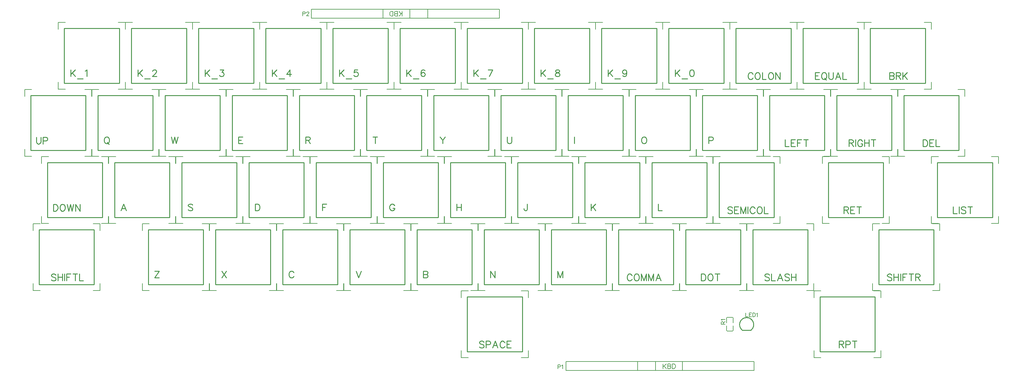
<source format=gto>
G04 Layer: TopSilkscreenLayer*
G04 EasyEDA v6.5.39, 2024-02-04 18:15:22*
G04 34cdbf00d3e34c3386613b9734a0afe0,5509f98a9368439c9cde498926e245b9,10*
G04 Gerber Generator version 0.2*
G04 Scale: 100 percent, Rotated: No, Reflected: No *
G04 Dimensions in millimeters *
G04 leading zeros omitted , absolute positions ,4 integer and 5 decimal *
%FSLAX45Y45*%
%MOMM*%

%ADD10C,0.2500*%
%ADD11C,0.1524*%
%ADD12C,0.1778*%
%ADD13C,0.2032*%
%ADD14C,0.2540*%
%ADD15C,0.0164*%

%LPD*%
D10*
X-308355Y446023D02*
G01*
X-326643Y464057D01*
X-353821Y473202D01*
X-390143Y473202D01*
X-417575Y464057D01*
X-435609Y446023D01*
X-435609Y427736D01*
X-426719Y409702D01*
X-417575Y400557D01*
X-399287Y391414D01*
X-344677Y373380D01*
X-326643Y364236D01*
X-317500Y355092D01*
X-308355Y336804D01*
X-308355Y309626D01*
X-326643Y291338D01*
X-353821Y282447D01*
X-390143Y282447D01*
X-417575Y291338D01*
X-435609Y309626D01*
X-248411Y473202D02*
G01*
X-248411Y282447D01*
X-248411Y473202D02*
G01*
X-166623Y473202D01*
X-139445Y464057D01*
X-130301Y455168D01*
X-121157Y436880D01*
X-121157Y409702D01*
X-130301Y391414D01*
X-139445Y382270D01*
X-166623Y373380D01*
X-248411Y373380D01*
X11684Y473202D02*
G01*
X-61213Y282447D01*
X11684Y473202D02*
G01*
X84328Y282447D01*
X-33781Y345947D02*
G01*
X57150Y345947D01*
X280670Y427736D02*
G01*
X271526Y446023D01*
X253492Y464057D01*
X235204Y473202D01*
X198882Y473202D01*
X180594Y464057D01*
X162560Y446023D01*
X153415Y427736D01*
X144272Y400557D01*
X144272Y355092D01*
X153415Y327914D01*
X162560Y309626D01*
X180594Y291338D01*
X198882Y282447D01*
X235204Y282447D01*
X253492Y291338D01*
X271526Y309626D01*
X280670Y327914D01*
X340614Y473202D02*
G01*
X340614Y282447D01*
X340614Y473202D02*
G01*
X458978Y473202D01*
X340614Y382270D02*
G01*
X413512Y382270D01*
X340614Y282447D02*
G01*
X458978Y282447D01*
X-10528553Y4364481D02*
G01*
X-10601451Y4173473D01*
X-10528553Y4364481D02*
G01*
X-10455909Y4173473D01*
X-10574019Y4237228D02*
G01*
X-10483087Y4237228D01*
X-2028697Y2459228D02*
G01*
X-2028697Y2268473D01*
X-2028697Y2459228D02*
G01*
X-1946655Y2459228D01*
X-1919477Y2450338D01*
X-1910334Y2441194D01*
X-1901443Y2422906D01*
X-1901443Y2404872D01*
X-1910334Y2386584D01*
X-1919477Y2377439D01*
X-1946655Y2368550D01*
X-2028697Y2368550D02*
G01*
X-1946655Y2368550D01*
X-1919477Y2359406D01*
X-1910334Y2350262D01*
X-1901443Y2331973D01*
X-1901443Y2304796D01*
X-1910334Y2286507D01*
X-1919477Y2277618D01*
X-1946655Y2268473D01*
X-2028697Y2268473D01*
X11194288Y8093202D02*
G01*
X11194288Y7902447D01*
X11194288Y8093202D02*
G01*
X11276076Y8093202D01*
X11303254Y8084312D01*
X11312398Y8075168D01*
X11321542Y8056880D01*
X11321542Y8038846D01*
X11312398Y8020558D01*
X11303254Y8011414D01*
X11276076Y8002270D01*
X11194288Y8002270D02*
G01*
X11276076Y8002270D01*
X11303254Y7993380D01*
X11312398Y7984236D01*
X11321542Y7965947D01*
X11321542Y7938770D01*
X11312398Y7920481D01*
X11303254Y7911592D01*
X11276076Y7902447D01*
X11194288Y7902447D01*
X11381486Y8093202D02*
G01*
X11381486Y7902447D01*
X11381486Y8093202D02*
G01*
X11463274Y8093202D01*
X11490706Y8084312D01*
X11499596Y8075168D01*
X11508740Y8056880D01*
X11508740Y8038846D01*
X11499596Y8020558D01*
X11490706Y8011414D01*
X11463274Y8002270D01*
X11381486Y8002270D01*
X11445240Y8002270D02*
G01*
X11508740Y7902447D01*
X11568684Y8093202D02*
G01*
X11568684Y7902447D01*
X11696192Y8093202D02*
G01*
X11568684Y7965947D01*
X11614150Y8011414D02*
G01*
X11696192Y7902447D01*
X-5702553Y2414015D02*
G01*
X-5711697Y2432050D01*
X-5729731Y2450338D01*
X-5748019Y2459228D01*
X-5784341Y2459228D01*
X-5802629Y2450338D01*
X-5820663Y2432050D01*
X-5829807Y2414015D01*
X-5838951Y2386584D01*
X-5838951Y2341118D01*
X-5829807Y2313939D01*
X-5820663Y2295652D01*
X-5802629Y2277618D01*
X-5784341Y2268473D01*
X-5748019Y2268473D01*
X-5729731Y2277618D01*
X-5711697Y2295652D01*
X-5702553Y2313939D01*
X7320788Y8047736D02*
G01*
X7311644Y8066023D01*
X7293610Y8084312D01*
X7275322Y8093202D01*
X7239000Y8093202D01*
X7220712Y8084312D01*
X7202678Y8066023D01*
X7193534Y8047736D01*
X7184390Y8020558D01*
X7184390Y7975092D01*
X7193534Y7947914D01*
X7202678Y7929626D01*
X7220712Y7911592D01*
X7239000Y7902447D01*
X7275322Y7902447D01*
X7293610Y7911592D01*
X7311644Y7929626D01*
X7320788Y7947914D01*
X7435342Y8093202D02*
G01*
X7417308Y8084312D01*
X7399020Y8066023D01*
X7389876Y8047736D01*
X7380732Y8020558D01*
X7380732Y7975092D01*
X7389876Y7947914D01*
X7399020Y7929626D01*
X7417308Y7911592D01*
X7435342Y7902447D01*
X7471664Y7902447D01*
X7489952Y7911592D01*
X7507986Y7929626D01*
X7517130Y7947914D01*
X7526274Y7975092D01*
X7526274Y8020558D01*
X7517130Y8047736D01*
X7507986Y8066023D01*
X7489952Y8084312D01*
X7471664Y8093202D01*
X7435342Y8093202D01*
X7586218Y8093202D02*
G01*
X7586218Y7902447D01*
X7586218Y7902447D02*
G01*
X7695438Y7902447D01*
X7809992Y8093202D02*
G01*
X7791704Y8084312D01*
X7773670Y8066023D01*
X7764526Y8047736D01*
X7755382Y8020558D01*
X7755382Y7975092D01*
X7764526Y7947914D01*
X7773670Y7929626D01*
X7791704Y7911592D01*
X7809992Y7902447D01*
X7846314Y7902447D01*
X7864348Y7911592D01*
X7882636Y7929626D01*
X7891780Y7947914D01*
X7900924Y7975092D01*
X7900924Y8020558D01*
X7891780Y8047736D01*
X7882636Y8066023D01*
X7864348Y8084312D01*
X7846314Y8093202D01*
X7809992Y8093202D01*
X7960868Y8093202D02*
G01*
X7960868Y7902447D01*
X7960868Y8093202D02*
G01*
X8088122Y7902447D01*
X8088122Y8093202D02*
G01*
X8088122Y7902447D01*
X3887215Y2332989D02*
G01*
X3878072Y2351023D01*
X3859784Y2369312D01*
X3841750Y2378456D01*
X3805428Y2378456D01*
X3787140Y2369312D01*
X3769106Y2351023D01*
X3759962Y2332989D01*
X3750818Y2305557D01*
X3750818Y2260092D01*
X3759962Y2232914D01*
X3769106Y2214626D01*
X3787140Y2196592D01*
X3805428Y2187447D01*
X3841750Y2187447D01*
X3859784Y2196592D01*
X3878072Y2214626D01*
X3887215Y2232914D01*
X4001770Y2378456D02*
G01*
X3983482Y2369312D01*
X3965448Y2351023D01*
X3956304Y2332989D01*
X3947160Y2305557D01*
X3947160Y2260092D01*
X3956304Y2232914D01*
X3965448Y2214626D01*
X3983482Y2196592D01*
X4001770Y2187447D01*
X4038092Y2187447D01*
X4056380Y2196592D01*
X4074414Y2214626D01*
X4083558Y2232914D01*
X4092702Y2260092D01*
X4092702Y2305557D01*
X4083558Y2332989D01*
X4074414Y2351023D01*
X4056380Y2369312D01*
X4038092Y2378456D01*
X4001770Y2378456D01*
X4152646Y2378456D02*
G01*
X4152646Y2187447D01*
X4152646Y2378456D02*
G01*
X4225290Y2187447D01*
X4298188Y2378456D02*
G01*
X4225290Y2187447D01*
X4298188Y2378456D02*
G01*
X4298188Y2187447D01*
X4358132Y2378456D02*
G01*
X4358132Y2187447D01*
X4358132Y2378456D02*
G01*
X4430776Y2187447D01*
X4503420Y2378456D02*
G01*
X4430776Y2187447D01*
X4503420Y2378456D02*
G01*
X4503420Y2187447D01*
X4636262Y2378456D02*
G01*
X4563618Y2187447D01*
X4636262Y2378456D02*
G01*
X4708906Y2187447D01*
X4590796Y2250947D02*
G01*
X4681728Y2250947D01*
X-6791451Y4364481D02*
G01*
X-6791451Y4173473D01*
X-6791451Y4364481D02*
G01*
X-6727951Y4364481D01*
X-6700519Y4355338D01*
X-6682485Y4337304D01*
X-6673341Y4319015D01*
X-6664197Y4291838D01*
X-6664197Y4246372D01*
X-6673341Y4218939D01*
X-6682485Y4200906D01*
X-6700519Y4182618D01*
X-6727951Y4173473D01*
X-6791451Y4173473D01*
X12146788Y6188202D02*
G01*
X12146788Y5997194D01*
X12146788Y6188202D02*
G01*
X12210288Y6188202D01*
X12237720Y6179057D01*
X12255754Y6160770D01*
X12264898Y6142736D01*
X12274042Y6115304D01*
X12274042Y6069838D01*
X12264898Y6042660D01*
X12255754Y6024626D01*
X12237720Y6006338D01*
X12210288Y5997194D01*
X12146788Y5997194D01*
X12333986Y6188202D02*
G01*
X12333986Y5997194D01*
X12333986Y6188202D02*
G01*
X12452096Y6188202D01*
X12333986Y6097270D02*
G01*
X12406884Y6097270D01*
X12333986Y5997194D02*
G01*
X12452096Y5997194D01*
X12512294Y6188202D02*
G01*
X12512294Y5997194D01*
X12512294Y5997194D02*
G01*
X12621260Y5997194D01*
X5855462Y2378456D02*
G01*
X5855462Y2187447D01*
X5855462Y2378456D02*
G01*
X5919215Y2378456D01*
X5946394Y2369312D01*
X5964428Y2351023D01*
X5973572Y2332989D01*
X5982715Y2305557D01*
X5982715Y2260092D01*
X5973572Y2232914D01*
X5964428Y2214626D01*
X5946394Y2196592D01*
X5919215Y2187447D01*
X5855462Y2187447D01*
X6097270Y2378456D02*
G01*
X6078982Y2369312D01*
X6060948Y2351023D01*
X6051804Y2332989D01*
X6042660Y2305557D01*
X6042660Y2260092D01*
X6051804Y2232914D01*
X6060948Y2214626D01*
X6078982Y2196592D01*
X6097270Y2187447D01*
X6133592Y2187447D01*
X6151880Y2196592D01*
X6169914Y2214626D01*
X6179058Y2232914D01*
X6188202Y2260092D01*
X6188202Y2305557D01*
X6179058Y2332989D01*
X6169914Y2351023D01*
X6151880Y2369312D01*
X6133592Y2378456D01*
X6097270Y2378456D01*
X6311900Y2378456D02*
G01*
X6311900Y2187447D01*
X6248146Y2378456D02*
G01*
X6375400Y2378456D01*
X-12522225Y4354728D02*
G01*
X-12522225Y4163720D01*
X-12522225Y4354728D02*
G01*
X-12458471Y4354728D01*
X-12431293Y4345584D01*
X-12413005Y4327550D01*
X-12404115Y4309262D01*
X-12394971Y4282084D01*
X-12394971Y4236618D01*
X-12404115Y4209186D01*
X-12413005Y4191152D01*
X-12431293Y4172864D01*
X-12458471Y4163720D01*
X-12522225Y4163720D01*
X-12280417Y4354728D02*
G01*
X-12298451Y4345584D01*
X-12316739Y4327550D01*
X-12325883Y4309262D01*
X-12335027Y4282084D01*
X-12335027Y4236618D01*
X-12325883Y4209186D01*
X-12316739Y4191152D01*
X-12298451Y4172864D01*
X-12280417Y4163720D01*
X-12244095Y4163720D01*
X-12225807Y4172864D01*
X-12207773Y4191152D01*
X-12198629Y4209186D01*
X-12189485Y4236618D01*
X-12189485Y4282084D01*
X-12198629Y4309262D01*
X-12207773Y4327550D01*
X-12225807Y4345584D01*
X-12244095Y4354728D01*
X-12280417Y4354728D01*
X-12129541Y4354728D02*
G01*
X-12084075Y4163720D01*
X-12038609Y4354728D02*
G01*
X-12084075Y4163720D01*
X-12038609Y4354728D02*
G01*
X-11993143Y4163720D01*
X-11947677Y4354728D02*
G01*
X-11993143Y4163720D01*
X-11887733Y4354728D02*
G01*
X-11887733Y4163720D01*
X-11887733Y4354728D02*
G01*
X-11760479Y4163720D01*
X-11760479Y4354728D02*
G01*
X-11760479Y4163720D01*
X-7267447Y6269228D02*
G01*
X-7267447Y6078220D01*
X-7267447Y6269228D02*
G01*
X-7149337Y6269228D01*
X-7267447Y6178296D02*
G01*
X-7194803Y6178296D01*
X-7267447Y6078220D02*
G01*
X-7149337Y6078220D01*
X9089644Y8093202D02*
G01*
X9089644Y7902447D01*
X9089644Y8093202D02*
G01*
X9207754Y8093202D01*
X9089644Y8002270D02*
G01*
X9162288Y8002270D01*
X9089644Y7902447D02*
G01*
X9207754Y7902447D01*
X9322308Y8093202D02*
G01*
X9304274Y8084312D01*
X9285986Y8066023D01*
X9276842Y8047736D01*
X9267698Y8020558D01*
X9267698Y7975092D01*
X9276842Y7947914D01*
X9285986Y7929626D01*
X9304274Y7911592D01*
X9322308Y7902447D01*
X9358630Y7902447D01*
X9376918Y7911592D01*
X9394952Y7929626D01*
X9404096Y7947914D01*
X9413240Y7975092D01*
X9413240Y8020558D01*
X9404096Y8047736D01*
X9394952Y8066023D01*
X9376918Y8084312D01*
X9358630Y8093202D01*
X9322308Y8093202D01*
X9349740Y7938770D02*
G01*
X9404096Y7884160D01*
X9473184Y8093202D02*
G01*
X9473184Y7956804D01*
X9482328Y7929626D01*
X9500615Y7911592D01*
X9527794Y7902447D01*
X9546082Y7902447D01*
X9573260Y7911592D01*
X9591548Y7929626D01*
X9600438Y7956804D01*
X9600438Y8093202D01*
X9733280Y8093202D02*
G01*
X9660636Y7902447D01*
X9733280Y8093202D02*
G01*
X9805924Y7902447D01*
X9687814Y7965947D02*
G01*
X9778746Y7965947D01*
X9865868Y8093202D02*
G01*
X9865868Y7902447D01*
X9865868Y7902447D02*
G01*
X9975088Y7902447D01*
X-4886451Y4364481D02*
G01*
X-4886451Y4173473D01*
X-4886451Y4364481D02*
G01*
X-4768341Y4364481D01*
X-4886451Y4273550D02*
G01*
X-4813553Y4273550D01*
X-2844800Y4319015D02*
G01*
X-2853943Y4337304D01*
X-2871977Y4355338D01*
X-2890265Y4364481D01*
X-2926587Y4364481D01*
X-2944875Y4355338D01*
X-2962909Y4337304D01*
X-2972053Y4319015D01*
X-2981197Y4291838D01*
X-2981197Y4246372D01*
X-2972053Y4218939D01*
X-2962909Y4200906D01*
X-2944875Y4182618D01*
X-2926587Y4173473D01*
X-2890265Y4173473D01*
X-2871977Y4182618D01*
X-2853943Y4200906D01*
X-2844800Y4218939D01*
X-2844800Y4246372D01*
X-2890265Y4246372D02*
G01*
X-2844800Y4246372D01*
X-1076197Y4364481D02*
G01*
X-1076197Y4173473D01*
X-948943Y4364481D02*
G01*
X-948943Y4173473D01*
X-1076197Y4273550D02*
G01*
X-948943Y4273550D01*
X2257298Y6269228D02*
G01*
X2257298Y6078220D01*
X919480Y4364481D02*
G01*
X919480Y4218939D01*
X910336Y4191762D01*
X901192Y4182618D01*
X883158Y4173473D01*
X864870Y4173473D01*
X846836Y4182618D01*
X837692Y4191762D01*
X828548Y4218939D01*
X828548Y4237228D01*
X2733802Y4364481D02*
G01*
X2733802Y4173473D01*
X2861056Y4364481D02*
G01*
X2733802Y4237228D01*
X2779268Y4282694D02*
G01*
X2861056Y4173473D01*
X5114798Y8174228D02*
G01*
X5114798Y7983473D01*
X5242052Y8174228D02*
G01*
X5114798Y8046973D01*
X5160264Y8092439D02*
G01*
X5242052Y7983473D01*
X5301996Y7919720D02*
G01*
X5465826Y7919720D01*
X5580380Y8174228D02*
G01*
X5552948Y8165084D01*
X5534914Y8137906D01*
X5525770Y8092439D01*
X5525770Y8065262D01*
X5534914Y8019796D01*
X5552948Y7992364D01*
X5580380Y7983473D01*
X5598414Y7983473D01*
X5625846Y7992364D01*
X5643880Y8019796D01*
X5653024Y8065262D01*
X5653024Y8092439D01*
X5643880Y8137906D01*
X5625846Y8165084D01*
X5598414Y8174228D01*
X5580380Y8174228D01*
X-12029947Y8174228D02*
G01*
X-12029947Y7983473D01*
X-11902693Y8174228D02*
G01*
X-12029947Y8046973D01*
X-11984481Y8092439D02*
G01*
X-11902693Y7983473D01*
X-11842750Y7919720D02*
G01*
X-11679173Y7919720D01*
X-11618975Y8137906D02*
G01*
X-11600941Y8147050D01*
X-11573509Y8174228D01*
X-11573509Y7983473D01*
X-10124947Y8174228D02*
G01*
X-10124947Y7983473D01*
X-9997693Y8174228D02*
G01*
X-10124947Y8046973D01*
X-10079481Y8092439D02*
G01*
X-9997693Y7983473D01*
X-9937495Y7919720D02*
G01*
X-9773919Y7919720D01*
X-9704831Y8128762D02*
G01*
X-9704831Y8137906D01*
X-9695687Y8156194D01*
X-9686543Y8165084D01*
X-9668509Y8174228D01*
X-9632187Y8174228D01*
X-9613900Y8165084D01*
X-9604755Y8156194D01*
X-9595865Y8137906D01*
X-9595865Y8119872D01*
X-9604755Y8101584D01*
X-9623043Y8074406D01*
X-9713975Y7983473D01*
X-9586721Y7983473D01*
X-8220201Y8174228D02*
G01*
X-8220201Y7983473D01*
X-8092947Y8174228D02*
G01*
X-8220201Y8046973D01*
X-8174735Y8092439D02*
G01*
X-8092947Y7983473D01*
X-8033003Y7919720D02*
G01*
X-7869173Y7919720D01*
X-7791195Y8174228D02*
G01*
X-7691119Y8174228D01*
X-7745729Y8101584D01*
X-7718297Y8101584D01*
X-7700263Y8092439D01*
X-7691119Y8083296D01*
X-7681975Y8056118D01*
X-7681975Y8037830D01*
X-7691119Y8010652D01*
X-7709407Y7992364D01*
X-7736585Y7983473D01*
X-7763763Y7983473D01*
X-7791195Y7992364D01*
X-7800085Y8001508D01*
X-7809229Y8019796D01*
X-6314947Y8174228D02*
G01*
X-6314947Y7983473D01*
X-6187693Y8174228D02*
G01*
X-6314947Y8046973D01*
X-6269481Y8092439D02*
G01*
X-6187693Y7983473D01*
X-6127750Y7919720D02*
G01*
X-5964173Y7919720D01*
X-5813297Y8174228D02*
G01*
X-5904229Y8046973D01*
X-5767831Y8046973D01*
X-5813297Y8174228D02*
G01*
X-5813297Y7983473D01*
X-4409947Y8174228D02*
G01*
X-4409947Y7983473D01*
X-4282693Y8174228D02*
G01*
X-4409947Y8046973D01*
X-4364481Y8092439D02*
G01*
X-4282693Y7983473D01*
X-4222750Y7919720D02*
G01*
X-4058919Y7919720D01*
X-3890009Y8174228D02*
G01*
X-3980687Y8174228D01*
X-3989831Y8092439D01*
X-3980687Y8101584D01*
X-3953509Y8110728D01*
X-3926331Y8110728D01*
X-3898900Y8101584D01*
X-3880865Y8083296D01*
X-3871721Y8056118D01*
X-3871721Y8037830D01*
X-3880865Y8010652D01*
X-3898900Y7992364D01*
X-3926331Y7983473D01*
X-3953509Y7983473D01*
X-3980687Y7992364D01*
X-3989831Y8001508D01*
X-3998975Y8019796D01*
X-2505201Y8174228D02*
G01*
X-2505201Y7983473D01*
X-2377947Y8174228D02*
G01*
X-2505201Y8046973D01*
X-2459735Y8092439D02*
G01*
X-2377947Y7983473D01*
X-2318003Y7919720D02*
G01*
X-2154427Y7919720D01*
X-1985263Y8147050D02*
G01*
X-1994407Y8165084D01*
X-2021585Y8174228D01*
X-2039873Y8174228D01*
X-2067051Y8165084D01*
X-2085339Y8137906D01*
X-2094229Y8092439D01*
X-2094229Y8046973D01*
X-2085339Y8010652D01*
X-2067051Y7992364D01*
X-2039873Y7983473D01*
X-2030729Y7983473D01*
X-2003551Y7992364D01*
X-1985263Y8010652D01*
X-1976119Y8037830D01*
X-1976119Y8046973D01*
X-1985263Y8074406D01*
X-2003551Y8092439D01*
X-2030729Y8101584D01*
X-2039873Y8101584D01*
X-2067051Y8092439D01*
X-2085339Y8074406D01*
X-2094229Y8046973D01*
X-600201Y8174228D02*
G01*
X-600201Y7983473D01*
X-472947Y8174228D02*
G01*
X-600201Y8046973D01*
X-554735Y8092439D02*
G01*
X-472947Y7983473D01*
X-412750Y7919720D02*
G01*
X-249173Y7919720D01*
X-61975Y8174228D02*
G01*
X-152907Y7983473D01*
X-189229Y8174228D02*
G01*
X-61975Y8174228D01*
X1305052Y8174228D02*
G01*
X1305052Y7983473D01*
X1432306Y8174228D02*
G01*
X1305052Y8046973D01*
X1350518Y8092439D02*
G01*
X1432306Y7983473D01*
X1492250Y7919720D02*
G01*
X1656080Y7919720D01*
X1761490Y8174228D02*
G01*
X1734058Y8165084D01*
X1725168Y8147050D01*
X1725168Y8128762D01*
X1734058Y8110728D01*
X1752346Y8101584D01*
X1788668Y8092439D01*
X1815846Y8083296D01*
X1834134Y8065262D01*
X1843278Y8046973D01*
X1843278Y8019796D01*
X1834134Y8001508D01*
X1824990Y7992364D01*
X1797812Y7983473D01*
X1761490Y7983473D01*
X1734058Y7992364D01*
X1725168Y8001508D01*
X1716024Y8019796D01*
X1716024Y8046973D01*
X1725168Y8065262D01*
X1743202Y8083296D01*
X1770380Y8092439D01*
X1806956Y8101584D01*
X1824990Y8110728D01*
X1834134Y8128762D01*
X1834134Y8147050D01*
X1824990Y8165084D01*
X1797812Y8174228D01*
X1761490Y8174228D01*
X3209798Y8174228D02*
G01*
X3209798Y7983473D01*
X3337052Y8174228D02*
G01*
X3209798Y8046973D01*
X3255264Y8092439D02*
G01*
X3337052Y7983473D01*
X3396996Y7919720D02*
G01*
X3560572Y7919720D01*
X3738880Y8110728D02*
G01*
X3729736Y8083296D01*
X3711448Y8065262D01*
X3684270Y8056118D01*
X3675126Y8056118D01*
X3647948Y8065262D01*
X3629660Y8083296D01*
X3620515Y8110728D01*
X3620515Y8119872D01*
X3629660Y8147050D01*
X3647948Y8165084D01*
X3675126Y8174228D01*
X3684270Y8174228D01*
X3711448Y8165084D01*
X3729736Y8147050D01*
X3738880Y8110728D01*
X3738880Y8065262D01*
X3729736Y8019796D01*
X3711448Y7992364D01*
X3684270Y7983473D01*
X3665982Y7983473D01*
X3638804Y7992364D01*
X3629660Y8010652D01*
X4638802Y4364481D02*
G01*
X4638802Y4173473D01*
X4638802Y4173473D02*
G01*
X4748022Y4173473D01*
X8236965Y6188202D02*
G01*
X8236965Y5997194D01*
X8236965Y5997194D02*
G01*
X8345932Y5997194D01*
X8406130Y6188202D02*
G01*
X8406130Y5997194D01*
X8406130Y6188202D02*
G01*
X8524240Y6188202D01*
X8406130Y6097270D02*
G01*
X8478774Y6097270D01*
X8406130Y5997194D02*
G01*
X8524240Y5997194D01*
X8584184Y6188202D02*
G01*
X8584184Y5997194D01*
X8584184Y6188202D02*
G01*
X8702294Y6188202D01*
X8584184Y6097270D02*
G01*
X8657082Y6097270D01*
X8825992Y6188202D02*
G01*
X8825992Y5997194D01*
X8762492Y6188202D02*
G01*
X8889746Y6188202D01*
X12999212Y4283456D02*
G01*
X12999212Y4092702D01*
X12999212Y4092702D02*
G01*
X13108178Y4092702D01*
X13168376Y4283456D02*
G01*
X13168376Y4092702D01*
X13355574Y4256278D02*
G01*
X13337286Y4274312D01*
X13310108Y4283456D01*
X13273786Y4283456D01*
X13246354Y4274312D01*
X13228320Y4256278D01*
X13228320Y4237989D01*
X13237464Y4219956D01*
X13246354Y4210812D01*
X13264642Y4201668D01*
X13319252Y4183380D01*
X13337286Y4174489D01*
X13346430Y4165346D01*
X13355574Y4147057D01*
X13355574Y4119880D01*
X13337286Y4101592D01*
X13310108Y4092702D01*
X13273786Y4092702D01*
X13246354Y4101592D01*
X13228320Y4119880D01*
X13479272Y4283456D02*
G01*
X13479272Y4092702D01*
X13415518Y4283456D02*
G01*
X13542772Y4283456D01*
X1781302Y2459228D02*
G01*
X1781302Y2268473D01*
X1781302Y2459228D02*
G01*
X1853946Y2268473D01*
X1926590Y2459228D02*
G01*
X1853946Y2268473D01*
X1926590Y2459228D02*
G01*
X1926590Y2268473D01*
X-123951Y2459228D02*
G01*
X-123951Y2268473D01*
X-123951Y2459228D02*
G01*
X3302Y2268473D01*
X3302Y2459228D02*
G01*
X3302Y2268473D01*
X4216654Y6269228D02*
G01*
X4198620Y6260084D01*
X4180332Y6241796D01*
X4171188Y6223762D01*
X4162298Y6196330D01*
X4162298Y6150864D01*
X4171188Y6123686D01*
X4180332Y6105397D01*
X4198620Y6087364D01*
X4216654Y6078220D01*
X4253230Y6078220D01*
X4271264Y6087364D01*
X4289552Y6105397D01*
X4298442Y6123686D01*
X4307586Y6150864D01*
X4307586Y6196330D01*
X4298442Y6223762D01*
X4289552Y6241796D01*
X4271264Y6260084D01*
X4253230Y6269228D01*
X4216654Y6269228D01*
X6067298Y6269228D02*
G01*
X6067298Y6078220D01*
X6067298Y6269228D02*
G01*
X6149086Y6269228D01*
X6176518Y6260084D01*
X6185408Y6250939D01*
X6194552Y6232652D01*
X6194552Y6205473D01*
X6185408Y6187439D01*
X6176518Y6178296D01*
X6149086Y6169152D01*
X6067298Y6169152D01*
X-11022837Y6269228D02*
G01*
X-11040871Y6260084D01*
X-11059159Y6241796D01*
X-11068303Y6223762D01*
X-11077447Y6196330D01*
X-11077447Y6150864D01*
X-11068303Y6123686D01*
X-11059159Y6105397D01*
X-11040871Y6087364D01*
X-11022837Y6078220D01*
X-10986515Y6078220D01*
X-10968227Y6087364D01*
X-10950193Y6105397D01*
X-10941050Y6123686D01*
X-10931905Y6150864D01*
X-10931905Y6196330D01*
X-10941050Y6223762D01*
X-10950193Y6241796D01*
X-10968227Y6260084D01*
X-10986515Y6269228D01*
X-11022837Y6269228D01*
X-10995405Y6114542D02*
G01*
X-10941050Y6059931D01*
X-5362447Y6269228D02*
G01*
X-5362447Y6078220D01*
X-5362447Y6269228D02*
G01*
X-5280659Y6269228D01*
X-5253227Y6260084D01*
X-5244337Y6250939D01*
X-5235193Y6232652D01*
X-5235193Y6214618D01*
X-5244337Y6196330D01*
X-5253227Y6187439D01*
X-5280659Y6178296D01*
X-5362447Y6178296D01*
X-5298693Y6178296D02*
G01*
X-5235193Y6078220D01*
X9903840Y4283456D02*
G01*
X9903840Y4092702D01*
X9903840Y4283456D02*
G01*
X9985629Y4283456D01*
X10012807Y4274312D01*
X10021951Y4265422D01*
X10031095Y4247134D01*
X10031095Y4228846D01*
X10021951Y4210812D01*
X10012807Y4201668D01*
X9985629Y4192523D01*
X9903840Y4192523D01*
X9967340Y4192523D02*
G01*
X10031095Y4092702D01*
X10091039Y4283456D02*
G01*
X10091039Y4092702D01*
X10091039Y4283456D02*
G01*
X10209149Y4283456D01*
X10091039Y4192523D02*
G01*
X10163683Y4192523D01*
X10091039Y4092702D02*
G01*
X10209149Y4092702D01*
X10332847Y4283456D02*
G01*
X10332847Y4092702D01*
X10269347Y4283456D02*
G01*
X10396601Y4283456D01*
X10042144Y6188202D02*
G01*
X10042144Y5997194D01*
X10042144Y6188202D02*
G01*
X10123932Y6188202D01*
X10151110Y6179057D01*
X10160254Y6169914D01*
X10169398Y6151880D01*
X10169398Y6133592D01*
X10160254Y6115304D01*
X10151110Y6106414D01*
X10123932Y6097270D01*
X10042144Y6097270D01*
X10105644Y6097270D02*
G01*
X10169398Y5997194D01*
X10229342Y6188202D02*
G01*
X10229342Y5997194D01*
X10425684Y6142736D02*
G01*
X10416540Y6160770D01*
X10398506Y6179057D01*
X10380218Y6188202D01*
X10343896Y6188202D01*
X10325862Y6179057D01*
X10307574Y6160770D01*
X10298430Y6142736D01*
X10289286Y6115304D01*
X10289286Y6069838D01*
X10298430Y6042660D01*
X10307574Y6024626D01*
X10325862Y6006338D01*
X10343896Y5997194D01*
X10380218Y5997194D01*
X10398506Y6006338D01*
X10416540Y6024626D01*
X10425684Y6042660D01*
X10425684Y6069838D01*
X10380218Y6069838D02*
G01*
X10425684Y6069838D01*
X10485628Y6188202D02*
G01*
X10485628Y5997194D01*
X10613136Y6188202D02*
G01*
X10613136Y5997194D01*
X10485628Y6097270D02*
G01*
X10613136Y6097270D01*
X10736580Y6188202D02*
G01*
X10736580Y5997194D01*
X10673080Y6188202D02*
G01*
X10800334Y6188202D01*
X9765792Y473456D02*
G01*
X9765792Y282447D01*
X9765792Y473456D02*
G01*
X9847580Y473456D01*
X9874758Y464312D01*
X9883902Y455168D01*
X9893046Y436880D01*
X9893046Y418846D01*
X9883902Y400557D01*
X9874758Y391414D01*
X9847580Y382523D01*
X9765792Y382523D01*
X9829292Y382523D02*
G01*
X9893046Y282447D01*
X9952990Y473456D02*
G01*
X9952990Y282447D01*
X9952990Y473456D02*
G01*
X10034778Y473456D01*
X10062210Y464312D01*
X10071100Y455168D01*
X10080244Y436880D01*
X10080244Y409702D01*
X10071100Y391414D01*
X10062210Y382523D01*
X10034778Y373380D01*
X9952990Y373380D01*
X10203942Y473456D02*
G01*
X10203942Y282447D01*
X10140188Y473456D02*
G01*
X10267696Y473456D01*
X-8568943Y4337304D02*
G01*
X-8587231Y4355338D01*
X-8614409Y4364481D01*
X-8650731Y4364481D01*
X-8677909Y4355338D01*
X-8696197Y4337304D01*
X-8696197Y4319015D01*
X-8687053Y4300981D01*
X-8677909Y4291838D01*
X-8659875Y4282694D01*
X-8605265Y4264406D01*
X-8587231Y4255515D01*
X-8578087Y4246372D01*
X-8568943Y4228084D01*
X-8568943Y4200906D01*
X-8587231Y4182618D01*
X-8614409Y4173473D01*
X-8650731Y4173473D01*
X-8677909Y4182618D01*
X-8696197Y4200906D01*
X6735318Y4256278D02*
G01*
X6717030Y4274312D01*
X6689852Y4283456D01*
X6653530Y4283456D01*
X6626098Y4274312D01*
X6608064Y4256278D01*
X6608064Y4237989D01*
X6616954Y4219956D01*
X6626098Y4210812D01*
X6644386Y4201668D01*
X6698996Y4183380D01*
X6717030Y4174489D01*
X6726174Y4165346D01*
X6735318Y4147057D01*
X6735318Y4119880D01*
X6717030Y4101592D01*
X6689852Y4092702D01*
X6653530Y4092702D01*
X6626098Y4101592D01*
X6608064Y4119880D01*
X6795262Y4283456D02*
G01*
X6795262Y4092702D01*
X6795262Y4283456D02*
G01*
X6913372Y4283456D01*
X6795262Y4192523D02*
G01*
X6867906Y4192523D01*
X6795262Y4092702D02*
G01*
X6913372Y4092702D01*
X6973315Y4283456D02*
G01*
X6973315Y4092702D01*
X6973315Y4283456D02*
G01*
X7046214Y4092702D01*
X7118858Y4283456D02*
G01*
X7046214Y4092702D01*
X7118858Y4283456D02*
G01*
X7118858Y4092702D01*
X7178802Y4283456D02*
G01*
X7178802Y4092702D01*
X7375144Y4237989D02*
G01*
X7366254Y4256278D01*
X7347965Y4274312D01*
X7329678Y4283456D01*
X7293356Y4283456D01*
X7275322Y4274312D01*
X7257034Y4256278D01*
X7247890Y4237989D01*
X7238746Y4210812D01*
X7238746Y4165346D01*
X7247890Y4138168D01*
X7257034Y4119880D01*
X7275322Y4101592D01*
X7293356Y4092702D01*
X7329678Y4092702D01*
X7347965Y4101592D01*
X7366254Y4119880D01*
X7375144Y4138168D01*
X7489698Y4283456D02*
G01*
X7471664Y4274312D01*
X7453376Y4256278D01*
X7444232Y4237989D01*
X7435342Y4210812D01*
X7435342Y4165346D01*
X7444232Y4138168D01*
X7453376Y4119880D01*
X7471664Y4101592D01*
X7489698Y4092702D01*
X7526020Y4092702D01*
X7544308Y4101592D01*
X7562596Y4119880D01*
X7571486Y4138168D01*
X7580630Y4165346D01*
X7580630Y4210812D01*
X7571486Y4237989D01*
X7562596Y4256278D01*
X7544308Y4274312D01*
X7526020Y4283456D01*
X7489698Y4283456D01*
X7640574Y4283456D02*
G01*
X7640574Y4092702D01*
X7640574Y4092702D02*
G01*
X7749794Y4092702D01*
X7787894Y2351023D02*
G01*
X7769606Y2369312D01*
X7742428Y2378456D01*
X7706106Y2378456D01*
X7678674Y2369312D01*
X7660640Y2351023D01*
X7660640Y2332989D01*
X7669784Y2314702D01*
X7678674Y2305557D01*
X7696962Y2296414D01*
X7751572Y2278380D01*
X7769606Y2269236D01*
X7778750Y2260092D01*
X7787894Y2242057D01*
X7787894Y2214626D01*
X7769606Y2196592D01*
X7742428Y2187447D01*
X7706106Y2187447D01*
X7678674Y2196592D01*
X7660640Y2214626D01*
X7847838Y2378456D02*
G01*
X7847838Y2187447D01*
X7847838Y2187447D02*
G01*
X7957058Y2187447D01*
X8089646Y2378456D02*
G01*
X8017002Y2187447D01*
X8089646Y2378456D02*
G01*
X8162544Y2187447D01*
X8044180Y2250947D02*
G01*
X8135112Y2250947D01*
X8349742Y2351023D02*
G01*
X8331454Y2369312D01*
X8304276Y2378456D01*
X8267954Y2378456D01*
X8240522Y2369312D01*
X8222488Y2351023D01*
X8222488Y2332989D01*
X8231632Y2314702D01*
X8240522Y2305557D01*
X8258810Y2296414D01*
X8313420Y2278380D01*
X8331454Y2269236D01*
X8340598Y2260092D01*
X8349742Y2242057D01*
X8349742Y2214626D01*
X8331454Y2196592D01*
X8304276Y2187447D01*
X8267954Y2187447D01*
X8240522Y2196592D01*
X8222488Y2214626D01*
X8409686Y2378456D02*
G01*
X8409686Y2187447D01*
X8536940Y2378456D02*
G01*
X8536940Y2187447D01*
X8409686Y2287523D02*
G01*
X8536940Y2287523D01*
X-3394201Y6269228D02*
G01*
X-3394201Y6078220D01*
X-3457701Y6269228D02*
G01*
X-3330447Y6269228D01*
X352552Y6269228D02*
G01*
X352552Y6132830D01*
X361696Y6105397D01*
X379730Y6087364D01*
X407162Y6078220D01*
X425196Y6078220D01*
X452628Y6087364D01*
X470662Y6105397D01*
X479806Y6132830D01*
X479806Y6269228D01*
X-13004901Y6259779D02*
G01*
X-13004901Y6123381D01*
X-12995757Y6096203D01*
X-12977469Y6077915D01*
X-12950291Y6068771D01*
X-12932003Y6068771D01*
X-12904825Y6077915D01*
X-12886537Y6096203D01*
X-12877647Y6123381D01*
X-12877647Y6259779D01*
X-12817449Y6259779D02*
G01*
X-12817449Y6068771D01*
X-12817449Y6259779D02*
G01*
X-12735661Y6259779D01*
X-12708483Y6250635D01*
X-12699339Y6241491D01*
X-12690195Y6223457D01*
X-12690195Y6196025D01*
X-12699339Y6177991D01*
X-12708483Y6168847D01*
X-12735661Y6159703D01*
X-12817449Y6159703D01*
X-3933697Y2459228D02*
G01*
X-3861053Y2268473D01*
X-3788409Y2459228D02*
G01*
X-3861053Y2268473D01*
X-9172701Y6269228D02*
G01*
X-9127235Y6078220D01*
X-9081769Y6269228D02*
G01*
X-9127235Y6078220D01*
X-9081769Y6269228D02*
G01*
X-9036303Y6078220D01*
X-8990837Y6269228D02*
G01*
X-9036303Y6078220D01*
X-7743951Y2459228D02*
G01*
X-7616697Y2268473D01*
X-7616697Y2459228D02*
G01*
X-7743951Y2268473D01*
X-1552701Y6269228D02*
G01*
X-1479803Y6178296D01*
X-1479803Y6078220D01*
X-1407159Y6269228D02*
G01*
X-1479803Y6178296D01*
X-9521443Y2459228D02*
G01*
X-9648697Y2268473D01*
X-9648697Y2459228D02*
G01*
X-9521443Y2459228D01*
X-9648697Y2268473D02*
G01*
X-9521443Y2268473D01*
X-12452857Y2351100D02*
G01*
X-12470891Y2369134D01*
X-12498069Y2378278D01*
X-12534645Y2378278D01*
X-12561823Y2369134D01*
X-12580111Y2351100D01*
X-12580111Y2332812D01*
X-12570967Y2314778D01*
X-12561823Y2305634D01*
X-12543535Y2296490D01*
X-12489179Y2278456D01*
X-12470891Y2269312D01*
X-12461747Y2260168D01*
X-12452857Y2241880D01*
X-12452857Y2214702D01*
X-12470891Y2196414D01*
X-12498069Y2187524D01*
X-12534645Y2187524D01*
X-12561823Y2196414D01*
X-12580111Y2214702D01*
X-12392659Y2378278D02*
G01*
X-12392659Y2187524D01*
X-12265405Y2378278D02*
G01*
X-12265405Y2187524D01*
X-12392659Y2287346D02*
G01*
X-12265405Y2287346D01*
X-12205461Y2378278D02*
G01*
X-12205461Y2187524D01*
X-12145517Y2378278D02*
G01*
X-12145517Y2187524D01*
X-12145517Y2378278D02*
G01*
X-12027407Y2378278D01*
X-12145517Y2287346D02*
G01*
X-12072619Y2287346D01*
X-11903709Y2378278D02*
G01*
X-11903709Y2187524D01*
X-11967209Y2378278D02*
G01*
X-11839955Y2378278D01*
X-11780011Y2378278D02*
G01*
X-11780011Y2187524D01*
X-11780011Y2187524D02*
G01*
X-11671045Y2187524D01*
X11259565Y2351100D02*
G01*
X11241278Y2369134D01*
X11214100Y2378278D01*
X11177778Y2378278D01*
X11150600Y2369134D01*
X11132312Y2351100D01*
X11132312Y2332812D01*
X11141456Y2314778D01*
X11150600Y2305634D01*
X11168634Y2296490D01*
X11223244Y2278456D01*
X11241278Y2269312D01*
X11250422Y2260168D01*
X11259565Y2241880D01*
X11259565Y2214702D01*
X11241278Y2196414D01*
X11214100Y2187524D01*
X11177778Y2187524D01*
X11150600Y2196414D01*
X11132312Y2214702D01*
X11319510Y2378278D02*
G01*
X11319510Y2187524D01*
X11446764Y2378278D02*
G01*
X11446764Y2187524D01*
X11319510Y2287346D02*
G01*
X11446764Y2287346D01*
X11506962Y2378278D02*
G01*
X11506962Y2187524D01*
X11566906Y2378278D02*
G01*
X11566906Y2187524D01*
X11566906Y2378278D02*
G01*
X11685015Y2378278D01*
X11566906Y2287346D02*
G01*
X11639550Y2287346D01*
X11808714Y2378278D02*
G01*
X11808714Y2187524D01*
X11744960Y2378278D02*
G01*
X11872214Y2378278D01*
X11932412Y2378278D02*
G01*
X11932412Y2187524D01*
X11932412Y2378278D02*
G01*
X12014200Y2378278D01*
X12041378Y2369134D01*
X12050522Y2360244D01*
X12059665Y2341956D01*
X12059665Y2323668D01*
X12050522Y2305634D01*
X12041378Y2296490D01*
X12014200Y2287346D01*
X11932412Y2287346D01*
X11995912Y2287346D02*
G01*
X12059665Y2187524D01*
D11*
X1790700Y-202184D02*
G01*
X1790700Y-311150D01*
X1790700Y-202184D02*
G01*
X1837436Y-202184D01*
X1852930Y-207263D01*
X1858264Y-212597D01*
X1863344Y-223011D01*
X1863344Y-238505D01*
X1858264Y-248919D01*
X1852930Y-254000D01*
X1837436Y-259334D01*
X1790700Y-259334D01*
X1897634Y-223011D02*
G01*
X1908048Y-217677D01*
X1923796Y-202184D01*
X1923796Y-311150D01*
D12*
X4772025Y-173354D02*
G01*
X4772025Y-306704D01*
X4860925Y-173354D02*
G01*
X4772025Y-262254D01*
X4803775Y-230504D02*
G01*
X4860925Y-306704D01*
X4902835Y-173354D02*
G01*
X4902835Y-306704D01*
X4902835Y-173354D02*
G01*
X4959985Y-173354D01*
X4979035Y-179704D01*
X4985385Y-186054D01*
X4991735Y-198754D01*
X4991735Y-211454D01*
X4985385Y-224154D01*
X4979035Y-230504D01*
X4959985Y-236854D01*
X4902835Y-236854D02*
G01*
X4959985Y-236854D01*
X4979035Y-243204D01*
X4985385Y-249554D01*
X4991735Y-262254D01*
X4991735Y-281304D01*
X4985385Y-294004D01*
X4979035Y-300354D01*
X4959985Y-306704D01*
X4902835Y-306704D01*
X5033645Y-173354D02*
G01*
X5033645Y-306704D01*
X5033645Y-173354D02*
G01*
X5078095Y-173354D01*
X5097145Y-179704D01*
X5109845Y-192404D01*
X5116195Y-205104D01*
X5122545Y-224154D01*
X5122545Y-255904D01*
X5116195Y-274954D01*
X5109845Y-287654D01*
X5097145Y-300354D01*
X5078095Y-306704D01*
X5033645Y-306704D01*
D11*
X-5448300Y9818115D02*
G01*
X-5448300Y9709150D01*
X-5448300Y9818115D02*
G01*
X-5401563Y9818115D01*
X-5386069Y9813036D01*
X-5380735Y9807702D01*
X-5375655Y9797288D01*
X-5375655Y9781794D01*
X-5380735Y9771380D01*
X-5386069Y9766300D01*
X-5401563Y9760965D01*
X-5448300Y9760965D01*
X-5336031Y9792208D02*
G01*
X-5336031Y9797288D01*
X-5330951Y9807702D01*
X-5325617Y9813036D01*
X-5315203Y9818115D01*
X-5294629Y9818115D01*
X-5284215Y9813036D01*
X-5278881Y9807702D01*
X-5273801Y9797288D01*
X-5273801Y9786874D01*
X-5278881Y9776460D01*
X-5289295Y9760965D01*
X-5341365Y9709150D01*
X-5268467Y9709150D01*
D12*
X-2628900Y9698355D02*
G01*
X-2628900Y9831705D01*
X-2717800Y9698355D02*
G01*
X-2628900Y9787255D01*
X-2660650Y9755505D02*
G01*
X-2717800Y9831705D01*
X-2759709Y9698355D02*
G01*
X-2759709Y9831705D01*
X-2759709Y9698355D02*
G01*
X-2816859Y9698355D01*
X-2835909Y9704705D01*
X-2842259Y9711055D01*
X-2848609Y9723755D01*
X-2848609Y9736455D01*
X-2842259Y9749155D01*
X-2835909Y9755505D01*
X-2816859Y9761855D01*
X-2759709Y9761855D02*
G01*
X-2816859Y9761855D01*
X-2835909Y9768205D01*
X-2842259Y9774555D01*
X-2848609Y9787255D01*
X-2848609Y9806305D01*
X-2842259Y9819005D01*
X-2835909Y9825355D01*
X-2816859Y9831705D01*
X-2759709Y9831705D01*
X-2890519Y9698355D02*
G01*
X-2890519Y9831705D01*
X-2890519Y9698355D02*
G01*
X-2934969Y9698355D01*
X-2954019Y9704705D01*
X-2966719Y9717405D01*
X-2973069Y9730105D01*
X-2979419Y9749155D01*
X-2979419Y9780905D01*
X-2973069Y9799955D01*
X-2966719Y9812655D01*
X-2954019Y9825355D01*
X-2934969Y9831705D01*
X-2890519Y9831705D01*
D11*
X7118350Y1271015D02*
G01*
X7118350Y1162050D01*
X7118350Y1162050D02*
G01*
X7180580Y1162050D01*
X7214870Y1271015D02*
G01*
X7214870Y1162050D01*
X7214870Y1271015D02*
G01*
X7282434Y1271015D01*
X7214870Y1219200D02*
G01*
X7256526Y1219200D01*
X7214870Y1162050D02*
G01*
X7282434Y1162050D01*
X7316724Y1271015D02*
G01*
X7316724Y1162050D01*
X7316724Y1271015D02*
G01*
X7353300Y1271015D01*
X7368794Y1265936D01*
X7379208Y1255522D01*
X7384288Y1245107D01*
X7389622Y1229360D01*
X7389622Y1203452D01*
X7384288Y1187957D01*
X7379208Y1177544D01*
X7368794Y1167130D01*
X7353300Y1162050D01*
X7316724Y1162050D01*
X7423912Y1250188D02*
G01*
X7434326Y1255522D01*
X7449820Y1271015D01*
X7449820Y1162050D01*
X6425184Y952500D02*
G01*
X6534150Y952500D01*
X6425184Y952500D02*
G01*
X6425184Y999236D01*
X6430264Y1014730D01*
X6435598Y1020064D01*
X6446012Y1025144D01*
X6456426Y1025144D01*
X6466840Y1020064D01*
X6471920Y1014730D01*
X6477000Y999236D01*
X6477000Y952500D01*
X6477000Y988822D02*
G01*
X6534150Y1025144D01*
X6446012Y1059434D02*
G01*
X6440678Y1069847D01*
X6425184Y1085596D01*
X6534150Y1085596D01*
D13*
X-949972Y202501D02*
G01*
X-949972Y2506D01*
X-749973Y2506D01*
X750001Y2529D02*
G01*
X949995Y2529D01*
X949995Y202524D01*
X949970Y1702501D02*
G01*
X949970Y1902495D01*
X749975Y1902495D01*
X-750001Y1902470D02*
G01*
X-949995Y1902470D01*
X-949995Y1702475D01*
D14*
X780000Y1732500D02*
G01*
X780000Y172499D01*
X-780000Y1732500D02*
G01*
X780000Y1732500D01*
X-780000Y172499D02*
G01*
X780000Y172499D01*
X-780000Y1732500D02*
G01*
X-780000Y172499D01*
D13*
X-10951222Y4012501D02*
G01*
X-10951222Y3812506D01*
X-10751223Y3812506D01*
X-9251248Y3812529D02*
G01*
X-9051254Y3812529D01*
X-9051254Y4012524D01*
X-9051279Y5512501D02*
G01*
X-9051279Y5712495D01*
X-9251274Y5712495D01*
X-10751251Y5712470D02*
G01*
X-10951245Y5712470D01*
X-10951245Y5512475D01*
D14*
X-9221249Y5542500D02*
G01*
X-9221249Y3982499D01*
X-10781250Y5542500D02*
G01*
X-9221249Y5542500D01*
X-10781250Y3982499D02*
G01*
X-9221249Y3982499D01*
X-10781250Y5542500D02*
G01*
X-10781250Y3982499D01*
D13*
X-2378722Y2107501D02*
G01*
X-2378722Y1907506D01*
X-2178723Y1907506D01*
X-678748Y1907529D02*
G01*
X-478754Y1907529D01*
X-478754Y2107524D01*
X-478779Y3607501D02*
G01*
X-478779Y3807495D01*
X-678774Y3807495D01*
X-2178751Y3807470D02*
G01*
X-2378745Y3807470D01*
X-2378745Y3607475D01*
D14*
X-648749Y3637500D02*
G01*
X-648749Y2077499D01*
X-2208750Y3637500D02*
G01*
X-648749Y3637500D01*
X-2208750Y2077499D02*
G01*
X-648749Y2077499D01*
X-2208750Y3637500D02*
G01*
X-2208750Y2077499D01*
D13*
X10480027Y7822501D02*
G01*
X10480027Y7622506D01*
X10680026Y7622506D01*
X12180001Y7622529D02*
G01*
X12379995Y7622529D01*
X12379995Y7822524D01*
X12379970Y9322501D02*
G01*
X12379970Y9522495D01*
X12179975Y9522495D01*
X10679998Y9522470D02*
G01*
X10480004Y9522470D01*
X10480004Y9322475D01*
D14*
X12210000Y9352500D02*
G01*
X12210000Y7792499D01*
X10649999Y9352500D02*
G01*
X12210000Y9352500D01*
X10649999Y7792499D02*
G01*
X12210000Y7792499D01*
X10649999Y9352500D02*
G01*
X10649999Y7792499D01*
D13*
X-6188722Y2107501D02*
G01*
X-6188722Y1907506D01*
X-5988723Y1907506D01*
X-4488748Y1907529D02*
G01*
X-4288754Y1907529D01*
X-4288754Y2107524D01*
X-4288779Y3607501D02*
G01*
X-4288779Y3807495D01*
X-4488774Y3807495D01*
X-5988751Y3807470D02*
G01*
X-6188745Y3807470D01*
X-6188745Y3607475D01*
D14*
X-4458749Y3637500D02*
G01*
X-4458749Y2077499D01*
X-6018750Y3637500D02*
G01*
X-4458749Y3637500D01*
X-6018750Y2077499D02*
G01*
X-4458749Y2077499D01*
X-6018750Y3637500D02*
G01*
X-6018750Y2077499D01*
D13*
X6670027Y7822501D02*
G01*
X6670027Y7622506D01*
X6870026Y7622506D01*
X8370001Y7622529D02*
G01*
X8569995Y7622529D01*
X8569995Y7822524D01*
X8569970Y9322501D02*
G01*
X8569970Y9522495D01*
X8369975Y9522495D01*
X6869998Y9522470D02*
G01*
X6670004Y9522470D01*
X6670004Y9322475D01*
D14*
X8400000Y9352500D02*
G01*
X8400000Y7792499D01*
X6839999Y9352500D02*
G01*
X8400000Y9352500D01*
X6839999Y7792499D02*
G01*
X8400000Y7792499D01*
X6839999Y9352500D02*
G01*
X6839999Y7792499D01*
D13*
X3336277Y2107501D02*
G01*
X3336277Y1907506D01*
X3536276Y1907506D01*
X5036251Y1907529D02*
G01*
X5236245Y1907529D01*
X5236245Y2107524D01*
X5236220Y3607501D02*
G01*
X5236220Y3807495D01*
X5036225Y3807495D01*
X3536248Y3807470D02*
G01*
X3336254Y3807470D01*
X3336254Y3607475D01*
D14*
X5066250Y3637500D02*
G01*
X5066250Y2077499D01*
X3506249Y3637500D02*
G01*
X5066250Y3637500D01*
X3506249Y2077499D02*
G01*
X5066250Y2077499D01*
X3506249Y3637500D02*
G01*
X3506249Y2077499D01*
D13*
X-7141222Y4012501D02*
G01*
X-7141222Y3812506D01*
X-6941223Y3812506D01*
X-5441248Y3812529D02*
G01*
X-5241254Y3812529D01*
X-5241254Y4012524D01*
X-5241279Y5512501D02*
G01*
X-5241279Y5712495D01*
X-5441274Y5712495D01*
X-6941251Y5712470D02*
G01*
X-7141245Y5712470D01*
X-7141245Y5512475D01*
D14*
X-5411249Y5542500D02*
G01*
X-5411249Y3982499D01*
X-6971250Y5542500D02*
G01*
X-5411249Y5542500D01*
X-6971250Y3982499D02*
G01*
X-5411249Y3982499D01*
X-6971250Y5542500D02*
G01*
X-6971250Y3982499D01*
D13*
X11432527Y5917501D02*
G01*
X11432527Y5717506D01*
X11632526Y5717506D01*
X13132501Y5717529D02*
G01*
X13332495Y5717529D01*
X13332495Y5917524D01*
X13332470Y7417501D02*
G01*
X13332470Y7617495D01*
X13132475Y7617495D01*
X11632498Y7617470D02*
G01*
X11432504Y7617470D01*
X11432504Y7417475D01*
D14*
X13162500Y7447500D02*
G01*
X13162500Y5887499D01*
X11602499Y7447500D02*
G01*
X13162500Y7447500D01*
X11602499Y5887499D02*
G01*
X13162500Y5887499D01*
X11602499Y7447500D02*
G01*
X11602499Y5887499D01*
D13*
X5241277Y2107501D02*
G01*
X5241277Y1907506D01*
X5441276Y1907506D01*
X6941251Y1907529D02*
G01*
X7141245Y1907529D01*
X7141245Y2107524D01*
X7141220Y3607501D02*
G01*
X7141220Y3807495D01*
X6941225Y3807495D01*
X5441248Y3807470D02*
G01*
X5241254Y3807470D01*
X5241254Y3607475D01*
D14*
X6971250Y3637500D02*
G01*
X6971250Y2077499D01*
X5411249Y3637500D02*
G01*
X6971250Y3637500D01*
X5411249Y2077499D02*
G01*
X6971250Y2077499D01*
X5411249Y3637500D02*
G01*
X5411249Y2077499D01*
D13*
X-12856222Y4012501D02*
G01*
X-12856222Y3812506D01*
X-12656223Y3812506D01*
X-11156248Y3812529D02*
G01*
X-10956254Y3812529D01*
X-10956254Y4012524D01*
X-10956279Y5512501D02*
G01*
X-10956279Y5712495D01*
X-11156274Y5712495D01*
X-12656251Y5712470D02*
G01*
X-12856245Y5712470D01*
X-12856245Y5512475D01*
D14*
X-11126249Y5542500D02*
G01*
X-11126249Y3982499D01*
X-12686250Y5542500D02*
G01*
X-11126249Y5542500D01*
X-12686250Y3982499D02*
G01*
X-11126249Y3982499D01*
X-12686250Y5542500D02*
G01*
X-12686250Y3982499D01*
D13*
X-7617472Y5917501D02*
G01*
X-7617472Y5717506D01*
X-7417473Y5717506D01*
X-5917498Y5717529D02*
G01*
X-5717504Y5717529D01*
X-5717504Y5917524D01*
X-5717529Y7417501D02*
G01*
X-5717529Y7617495D01*
X-5917524Y7617495D01*
X-7417501Y7617470D02*
G01*
X-7617495Y7617470D01*
X-7617495Y7417475D01*
D14*
X-5887499Y7447500D02*
G01*
X-5887499Y5887499D01*
X-7447500Y7447500D02*
G01*
X-5887499Y7447500D01*
X-7447500Y5887499D02*
G01*
X-5887499Y5887499D01*
X-7447500Y7447500D02*
G01*
X-7447500Y5887499D01*
D13*
X8575027Y7822501D02*
G01*
X8575027Y7622506D01*
X8775026Y7622506D01*
X10275001Y7622529D02*
G01*
X10474995Y7622529D01*
X10474995Y7822524D01*
X10474970Y9322501D02*
G01*
X10474970Y9522495D01*
X10274975Y9522495D01*
X8774998Y9522470D02*
G01*
X8575004Y9522470D01*
X8575004Y9322475D01*
D14*
X10305000Y9352500D02*
G01*
X10305000Y7792499D01*
X8744999Y9352500D02*
G01*
X10305000Y9352500D01*
X8744999Y7792499D02*
G01*
X10305000Y7792499D01*
X8744999Y9352500D02*
G01*
X8744999Y7792499D01*
D13*
X-5236222Y4012501D02*
G01*
X-5236222Y3812506D01*
X-5036223Y3812506D01*
X-3536248Y3812529D02*
G01*
X-3336254Y3812529D01*
X-3336254Y4012524D01*
X-3336279Y5512501D02*
G01*
X-3336279Y5712495D01*
X-3536274Y5712495D01*
X-5036251Y5712470D02*
G01*
X-5236245Y5712470D01*
X-5236245Y5512475D01*
D14*
X-3506249Y5542500D02*
G01*
X-3506249Y3982499D01*
X-5066250Y5542500D02*
G01*
X-3506249Y5542500D01*
X-5066250Y3982499D02*
G01*
X-3506249Y3982499D01*
X-5066250Y5542500D02*
G01*
X-5066250Y3982499D01*
D13*
X-3331222Y4012501D02*
G01*
X-3331222Y3812506D01*
X-3131223Y3812506D01*
X-1631248Y3812529D02*
G01*
X-1431254Y3812529D01*
X-1431254Y4012524D01*
X-1431279Y5512501D02*
G01*
X-1431279Y5712495D01*
X-1631274Y5712495D01*
X-3131251Y5712470D02*
G01*
X-3331245Y5712470D01*
X-3331245Y5512475D01*
D14*
X-1601249Y5542500D02*
G01*
X-1601249Y3982499D01*
X-3161250Y5542500D02*
G01*
X-1601249Y5542500D01*
X-3161250Y3982499D02*
G01*
X-1601249Y3982499D01*
X-3161250Y5542500D02*
G01*
X-3161250Y3982499D01*
D13*
X-1426222Y4012501D02*
G01*
X-1426222Y3812506D01*
X-1226223Y3812506D01*
X273751Y3812529D02*
G01*
X473745Y3812529D01*
X473745Y4012524D01*
X473720Y5512501D02*
G01*
X473720Y5712495D01*
X273725Y5712495D01*
X-1226251Y5712470D02*
G01*
X-1426245Y5712470D01*
X-1426245Y5512475D01*
D14*
X303750Y5542500D02*
G01*
X303750Y3982499D01*
X-1256250Y5542500D02*
G01*
X303750Y5542500D01*
X-1256250Y3982499D02*
G01*
X303750Y3982499D01*
X-1256250Y5542500D02*
G01*
X-1256250Y3982499D01*
D13*
X1907527Y5917501D02*
G01*
X1907527Y5717506D01*
X2107526Y5717506D01*
X3607501Y5717529D02*
G01*
X3807495Y5717529D01*
X3807495Y5917524D01*
X3807470Y7417501D02*
G01*
X3807470Y7617495D01*
X3607475Y7617495D01*
X2107498Y7617470D02*
G01*
X1907504Y7617470D01*
X1907504Y7417475D01*
D14*
X3637500Y7447500D02*
G01*
X3637500Y5887499D01*
X2077499Y7447500D02*
G01*
X3637500Y7447500D01*
X2077499Y5887499D02*
G01*
X3637500Y5887499D01*
X2077499Y7447500D02*
G01*
X2077499Y5887499D01*
D13*
X478777Y4012501D02*
G01*
X478777Y3812506D01*
X678776Y3812506D01*
X2178751Y3812529D02*
G01*
X2378745Y3812529D01*
X2378745Y4012524D01*
X2378720Y5512501D02*
G01*
X2378720Y5712495D01*
X2178725Y5712495D01*
X678748Y5712470D02*
G01*
X478754Y5712470D01*
X478754Y5512475D01*
D14*
X2208750Y5542500D02*
G01*
X2208750Y3982499D01*
X648749Y5542500D02*
G01*
X2208750Y5542500D01*
X648749Y3982499D02*
G01*
X2208750Y3982499D01*
X648749Y5542500D02*
G01*
X648749Y3982499D01*
D13*
X2383777Y4012501D02*
G01*
X2383777Y3812506D01*
X2583776Y3812506D01*
X4083751Y3812529D02*
G01*
X4283745Y3812529D01*
X4283745Y4012524D01*
X4283720Y5512501D02*
G01*
X4283720Y5712495D01*
X4083725Y5712495D01*
X2583748Y5712470D02*
G01*
X2383754Y5712470D01*
X2383754Y5512475D01*
D14*
X4113750Y5542500D02*
G01*
X4113750Y3982499D01*
X2553749Y5542500D02*
G01*
X4113750Y5542500D01*
X2553749Y3982499D02*
G01*
X4113750Y3982499D01*
X2553749Y5542500D02*
G01*
X2553749Y3982499D01*
D13*
X4765027Y7822501D02*
G01*
X4765027Y7622506D01*
X4965026Y7622506D01*
X6465001Y7622529D02*
G01*
X6664995Y7622529D01*
X6664995Y7822524D01*
X6664970Y9322501D02*
G01*
X6664970Y9522495D01*
X6464975Y9522495D01*
X4964998Y9522470D02*
G01*
X4765004Y9522470D01*
X4765004Y9322475D01*
D14*
X6495000Y9352500D02*
G01*
X6495000Y7792499D01*
X4934999Y9352500D02*
G01*
X6495000Y9352500D01*
X4934999Y7792499D02*
G01*
X6495000Y7792499D01*
X4934999Y9352500D02*
G01*
X4934999Y7792499D01*
D13*
X-12379972Y7822501D02*
G01*
X-12379972Y7622506D01*
X-12179973Y7622506D01*
X-10679998Y7622529D02*
G01*
X-10480004Y7622529D01*
X-10480004Y7822524D01*
X-10480029Y9322501D02*
G01*
X-10480029Y9522495D01*
X-10680024Y9522495D01*
X-12180001Y9522470D02*
G01*
X-12379995Y9522470D01*
X-12379995Y9322475D01*
D14*
X-10649999Y9352500D02*
G01*
X-10649999Y7792499D01*
X-12210000Y9352500D02*
G01*
X-10649999Y9352500D01*
X-12210000Y7792499D02*
G01*
X-10649999Y7792499D01*
X-12210000Y9352500D02*
G01*
X-12210000Y7792499D01*
D13*
X-10474972Y7822501D02*
G01*
X-10474972Y7622506D01*
X-10274973Y7622506D01*
X-8774998Y7622529D02*
G01*
X-8575004Y7622529D01*
X-8575004Y7822524D01*
X-8575029Y9322501D02*
G01*
X-8575029Y9522495D01*
X-8775024Y9522495D01*
X-10275001Y9522470D02*
G01*
X-10474995Y9522470D01*
X-10474995Y9322475D01*
D14*
X-8744999Y9352500D02*
G01*
X-8744999Y7792499D01*
X-10305000Y9352500D02*
G01*
X-8744999Y9352500D01*
X-10305000Y7792499D02*
G01*
X-8744999Y7792499D01*
X-10305000Y9352500D02*
G01*
X-10305000Y7792499D01*
D13*
X-8569972Y7822501D02*
G01*
X-8569972Y7622506D01*
X-8369973Y7622506D01*
X-6869998Y7622529D02*
G01*
X-6670004Y7622529D01*
X-6670004Y7822524D01*
X-6670029Y9322501D02*
G01*
X-6670029Y9522495D01*
X-6870024Y9522495D01*
X-8370001Y9522470D02*
G01*
X-8569995Y9522470D01*
X-8569995Y9322475D01*
D14*
X-6839999Y9352500D02*
G01*
X-6839999Y7792499D01*
X-8400000Y9352500D02*
G01*
X-6839999Y9352500D01*
X-8400000Y7792499D02*
G01*
X-6839999Y7792499D01*
X-8400000Y9352500D02*
G01*
X-8400000Y7792499D01*
D13*
X-6664972Y7822501D02*
G01*
X-6664972Y7622506D01*
X-6464973Y7622506D01*
X-4964998Y7622529D02*
G01*
X-4765004Y7622529D01*
X-4765004Y7822524D01*
X-4765029Y9322501D02*
G01*
X-4765029Y9522495D01*
X-4965024Y9522495D01*
X-6465001Y9522470D02*
G01*
X-6664995Y9522470D01*
X-6664995Y9322475D01*
D14*
X-4934999Y9352500D02*
G01*
X-4934999Y7792499D01*
X-6495000Y9352500D02*
G01*
X-4934999Y9352500D01*
X-6495000Y7792499D02*
G01*
X-4934999Y7792499D01*
X-6495000Y9352500D02*
G01*
X-6495000Y7792499D01*
D13*
X-4759972Y7822501D02*
G01*
X-4759972Y7622506D01*
X-4559973Y7622506D01*
X-3059998Y7622529D02*
G01*
X-2860004Y7622529D01*
X-2860004Y7822524D01*
X-2860029Y9322501D02*
G01*
X-2860029Y9522495D01*
X-3060024Y9522495D01*
X-4560001Y9522470D02*
G01*
X-4759995Y9522470D01*
X-4759995Y9322475D01*
D14*
X-3029999Y9352500D02*
G01*
X-3029999Y7792499D01*
X-4590000Y9352500D02*
G01*
X-3029999Y9352500D01*
X-4590000Y7792499D02*
G01*
X-3029999Y7792499D01*
X-4590000Y9352500D02*
G01*
X-4590000Y7792499D01*
D13*
X-2854972Y7822501D02*
G01*
X-2854972Y7622506D01*
X-2654973Y7622506D01*
X-1154998Y7622529D02*
G01*
X-955004Y7622529D01*
X-955004Y7822524D01*
X-955029Y9322501D02*
G01*
X-955029Y9522495D01*
X-1155024Y9522495D01*
X-2655001Y9522470D02*
G01*
X-2854995Y9522470D01*
X-2854995Y9322475D01*
D14*
X-1124999Y9352500D02*
G01*
X-1124999Y7792499D01*
X-2685000Y9352500D02*
G01*
X-1124999Y9352500D01*
X-2685000Y7792499D02*
G01*
X-1124999Y7792499D01*
X-2685000Y9352500D02*
G01*
X-2685000Y7792499D01*
D13*
X-949972Y7822501D02*
G01*
X-949972Y7622506D01*
X-749973Y7622506D01*
X750001Y7622529D02*
G01*
X949995Y7622529D01*
X949995Y7822524D01*
X949970Y9322501D02*
G01*
X949970Y9522495D01*
X749975Y9522495D01*
X-750001Y9522470D02*
G01*
X-949995Y9522470D01*
X-949995Y9322475D01*
D14*
X780000Y9352500D02*
G01*
X780000Y7792499D01*
X-780000Y9352500D02*
G01*
X780000Y9352500D01*
X-780000Y7792499D02*
G01*
X780000Y7792499D01*
X-780000Y9352500D02*
G01*
X-780000Y7792499D01*
D13*
X955027Y7822501D02*
G01*
X955027Y7622506D01*
X1155026Y7622506D01*
X2655001Y7622529D02*
G01*
X2854995Y7622529D01*
X2854995Y7822524D01*
X2854970Y9322501D02*
G01*
X2854970Y9522495D01*
X2654975Y9522495D01*
X1154998Y9522470D02*
G01*
X955004Y9522470D01*
X955004Y9322475D01*
D14*
X2685000Y9352500D02*
G01*
X2685000Y7792499D01*
X1124999Y9352500D02*
G01*
X2685000Y9352500D01*
X1124999Y7792499D02*
G01*
X2685000Y7792499D01*
X1124999Y9352500D02*
G01*
X1124999Y7792499D01*
D13*
X2860027Y7822501D02*
G01*
X2860027Y7622506D01*
X3060026Y7622506D01*
X4560001Y7622529D02*
G01*
X4759995Y7622529D01*
X4759995Y7822524D01*
X4759970Y9322501D02*
G01*
X4759970Y9522495D01*
X4559975Y9522495D01*
X3059998Y9522470D02*
G01*
X2860004Y9522470D01*
X2860004Y9322475D01*
D14*
X4590000Y9352500D02*
G01*
X4590000Y7792499D01*
X3029999Y9352500D02*
G01*
X4590000Y9352500D01*
X3029999Y7792499D02*
G01*
X4590000Y7792499D01*
X3029999Y9352500D02*
G01*
X3029999Y7792499D01*
D13*
X4288777Y4012501D02*
G01*
X4288777Y3812506D01*
X4488776Y3812506D01*
X5988751Y3812529D02*
G01*
X6188745Y3812529D01*
X6188745Y4012524D01*
X6188720Y5512501D02*
G01*
X6188720Y5712495D01*
X5988725Y5712495D01*
X4488748Y5712470D02*
G01*
X4288754Y5712470D01*
X4288754Y5512475D01*
D14*
X6018750Y5542500D02*
G01*
X6018750Y3982499D01*
X4458749Y5542500D02*
G01*
X6018750Y5542500D01*
X4458749Y3982499D02*
G01*
X6018750Y3982499D01*
X4458749Y5542500D02*
G01*
X4458749Y3982499D01*
D13*
X7622527Y5917501D02*
G01*
X7622527Y5717506D01*
X7822526Y5717506D01*
X9322501Y5717529D02*
G01*
X9522495Y5717529D01*
X9522495Y5917524D01*
X9522470Y7417501D02*
G01*
X9522470Y7617495D01*
X9322475Y7617495D01*
X7822498Y7617470D02*
G01*
X7622504Y7617470D01*
X7622504Y7417475D01*
D14*
X9352500Y7447500D02*
G01*
X9352500Y5887499D01*
X7792499Y7447500D02*
G01*
X9352500Y7447500D01*
X7792499Y5887499D02*
G01*
X9352500Y5887499D01*
X7792499Y7447500D02*
G01*
X7792499Y5887499D01*
D13*
X12385027Y4012501D02*
G01*
X12385027Y3812506D01*
X12585026Y3812506D01*
X14085001Y3812529D02*
G01*
X14284995Y3812529D01*
X14284995Y4012524D01*
X14284970Y5512501D02*
G01*
X14284970Y5712495D01*
X14084975Y5712495D01*
X12584998Y5712470D02*
G01*
X12385004Y5712470D01*
X12385004Y5512475D01*
D14*
X14115000Y5542500D02*
G01*
X14115000Y3982499D01*
X12554999Y5542500D02*
G01*
X14115000Y5542500D01*
X12554999Y3982499D02*
G01*
X14115000Y3982499D01*
X12554999Y5542500D02*
G01*
X12554999Y3982499D01*
D13*
X1431277Y2107501D02*
G01*
X1431277Y1907506D01*
X1631276Y1907506D01*
X3131251Y1907529D02*
G01*
X3331245Y1907529D01*
X3331245Y2107524D01*
X3331220Y3607501D02*
G01*
X3331220Y3807495D01*
X3131225Y3807495D01*
X1631248Y3807470D02*
G01*
X1431254Y3807470D01*
X1431254Y3607475D01*
D14*
X3161250Y3637500D02*
G01*
X3161250Y2077499D01*
X1601249Y3637500D02*
G01*
X3161250Y3637500D01*
X1601249Y2077499D02*
G01*
X3161250Y2077499D01*
X1601249Y3637500D02*
G01*
X1601249Y2077499D01*
D13*
X-473722Y2107501D02*
G01*
X-473722Y1907506D01*
X-273723Y1907506D01*
X1226251Y1907529D02*
G01*
X1426245Y1907529D01*
X1426245Y2107524D01*
X1426220Y3607501D02*
G01*
X1426220Y3807495D01*
X1226225Y3807495D01*
X-273751Y3807470D02*
G01*
X-473745Y3807470D01*
X-473745Y3607475D01*
D14*
X1256250Y3637500D02*
G01*
X1256250Y2077499D01*
X-303750Y3637500D02*
G01*
X1256250Y3637500D01*
X-303750Y2077499D02*
G01*
X1256250Y2077499D01*
X-303750Y3637500D02*
G01*
X-303750Y2077499D01*
D13*
X3812527Y5917501D02*
G01*
X3812527Y5717506D01*
X4012526Y5717506D01*
X5512501Y5717529D02*
G01*
X5712495Y5717529D01*
X5712495Y5917524D01*
X5712470Y7417501D02*
G01*
X5712470Y7617495D01*
X5512475Y7617495D01*
X4012498Y7617470D02*
G01*
X3812504Y7617470D01*
X3812504Y7417475D01*
D14*
X5542500Y7447500D02*
G01*
X5542500Y5887499D01*
X3982499Y7447500D02*
G01*
X5542500Y7447500D01*
X3982499Y5887499D02*
G01*
X5542500Y5887499D01*
X3982499Y7447500D02*
G01*
X3982499Y5887499D01*
D13*
X5717527Y5917501D02*
G01*
X5717527Y5717506D01*
X5917526Y5717506D01*
X7417501Y5717529D02*
G01*
X7617495Y5717529D01*
X7617495Y5917524D01*
X7617470Y7417501D02*
G01*
X7617470Y7617495D01*
X7417475Y7617495D01*
X5917498Y7617470D02*
G01*
X5717504Y7617470D01*
X5717504Y7417475D01*
D14*
X7447500Y7447500D02*
G01*
X7447500Y5887499D01*
X5887499Y7447500D02*
G01*
X7447500Y7447500D01*
X5887499Y5887499D02*
G01*
X7447500Y5887499D01*
X5887499Y7447500D02*
G01*
X5887499Y5887499D01*
D13*
X-11427472Y5917501D02*
G01*
X-11427472Y5717506D01*
X-11227473Y5717506D01*
X-9727498Y5717529D02*
G01*
X-9527504Y5717529D01*
X-9527504Y5917524D01*
X-9527529Y7417501D02*
G01*
X-9527529Y7617495D01*
X-9727524Y7617495D01*
X-11227501Y7617470D02*
G01*
X-11427495Y7617470D01*
X-11427495Y7417475D01*
D14*
X-9697499Y7447500D02*
G01*
X-9697499Y5887499D01*
X-11257500Y7447500D02*
G01*
X-9697499Y7447500D01*
X-11257500Y5887499D02*
G01*
X-9697499Y5887499D01*
X-11257500Y7447500D02*
G01*
X-11257500Y5887499D01*
D13*
X-5712472Y5917501D02*
G01*
X-5712472Y5717506D01*
X-5512473Y5717506D01*
X-4012498Y5717529D02*
G01*
X-3812504Y5717529D01*
X-3812504Y5917524D01*
X-3812529Y7417501D02*
G01*
X-3812529Y7617495D01*
X-4012524Y7617495D01*
X-5512501Y7617470D02*
G01*
X-5712495Y7617470D01*
X-5712495Y7417475D01*
D14*
X-3982499Y7447500D02*
G01*
X-3982499Y5887499D01*
X-5542500Y7447500D02*
G01*
X-3982499Y7447500D01*
X-5542500Y5887499D02*
G01*
X-3982499Y5887499D01*
X-5542500Y7447500D02*
G01*
X-5542500Y5887499D01*
D13*
X9289402Y4012501D02*
G01*
X9289402Y3812506D01*
X9489401Y3812506D01*
X10989376Y3812529D02*
G01*
X11189370Y3812529D01*
X11189370Y4012524D01*
X11189345Y5512501D02*
G01*
X11189345Y5712495D01*
X10989350Y5712495D01*
X9489373Y5712470D02*
G01*
X9289379Y5712470D01*
X9289379Y5512475D01*
D14*
X11019375Y5542500D02*
G01*
X11019375Y3982499D01*
X9459374Y5542500D02*
G01*
X11019375Y5542500D01*
X9459374Y3982499D02*
G01*
X11019375Y3982499D01*
X9459374Y5542500D02*
G01*
X9459374Y3982499D01*
D13*
X9527527Y5917501D02*
G01*
X9527527Y5717506D01*
X9727526Y5717506D01*
X11227501Y5717529D02*
G01*
X11427495Y5717529D01*
X11427495Y5917524D01*
X11427470Y7417501D02*
G01*
X11427470Y7617495D01*
X11227475Y7617495D01*
X9727498Y7617470D02*
G01*
X9527504Y7617470D01*
X9527504Y7417475D01*
D14*
X11257500Y7447500D02*
G01*
X11257500Y5887499D01*
X9697499Y7447500D02*
G01*
X11257500Y7447500D01*
X9697499Y5887499D02*
G01*
X11257500Y5887499D01*
X9697499Y7447500D02*
G01*
X9697499Y5887499D01*
D13*
X9051277Y202501D02*
G01*
X9051277Y2506D01*
X9251276Y2506D01*
X10751251Y2529D02*
G01*
X10951245Y2529D01*
X10951245Y202524D01*
X10951220Y1702501D02*
G01*
X10951220Y1902495D01*
X10751225Y1902495D01*
X9251248Y1902470D02*
G01*
X9051254Y1902470D01*
X9051254Y1702475D01*
D14*
X10781250Y1732500D02*
G01*
X10781250Y172499D01*
X9221249Y1732500D02*
G01*
X10781250Y1732500D01*
X9221249Y172499D02*
G01*
X10781250Y172499D01*
X9221249Y1732500D02*
G01*
X9221249Y172499D01*
D13*
X-9046222Y4012501D02*
G01*
X-9046222Y3812506D01*
X-8846223Y3812506D01*
X-7346248Y3812529D02*
G01*
X-7146254Y3812529D01*
X-7146254Y4012524D01*
X-7146279Y5512501D02*
G01*
X-7146279Y5712495D01*
X-7346274Y5712495D01*
X-8846251Y5712470D02*
G01*
X-9046245Y5712470D01*
X-9046245Y5512475D01*
D14*
X-7316249Y5542500D02*
G01*
X-7316249Y3982499D01*
X-8876250Y5542500D02*
G01*
X-7316249Y5542500D01*
X-8876250Y3982499D02*
G01*
X-7316249Y3982499D01*
X-8876250Y5542500D02*
G01*
X-8876250Y3982499D01*
D13*
X6193777Y4012501D02*
G01*
X6193777Y3812506D01*
X6393776Y3812506D01*
X7893751Y3812529D02*
G01*
X8093745Y3812529D01*
X8093745Y4012524D01*
X8093720Y5512501D02*
G01*
X8093720Y5712495D01*
X7893725Y5712495D01*
X6393748Y5712470D02*
G01*
X6193754Y5712470D01*
X6193754Y5512475D01*
D14*
X7923750Y5542500D02*
G01*
X7923750Y3982499D01*
X6363749Y5542500D02*
G01*
X7923750Y5542500D01*
X6363749Y3982499D02*
G01*
X7923750Y3982499D01*
X6363749Y5542500D02*
G01*
X6363749Y3982499D01*
D13*
X7146277Y2107501D02*
G01*
X7146277Y1907506D01*
X7346276Y1907506D01*
X8846251Y1907529D02*
G01*
X9046245Y1907529D01*
X9046245Y2107524D01*
X9046220Y3607501D02*
G01*
X9046220Y3807495D01*
X8846225Y3807495D01*
X7346248Y3807470D02*
G01*
X7146254Y3807470D01*
X7146254Y3607475D01*
D14*
X8876250Y3637500D02*
G01*
X8876250Y2077499D01*
X7316249Y3637500D02*
G01*
X8876250Y3637500D01*
X7316249Y2077499D02*
G01*
X8876250Y2077499D01*
X7316249Y3637500D02*
G01*
X7316249Y2077499D01*
D13*
X-3807472Y5917501D02*
G01*
X-3807472Y5717506D01*
X-3607473Y5717506D01*
X-2107498Y5717529D02*
G01*
X-1907504Y5717529D01*
X-1907504Y5917524D01*
X-1907529Y7417501D02*
G01*
X-1907529Y7617495D01*
X-2107524Y7617495D01*
X-3607501Y7617470D02*
G01*
X-3807495Y7617470D01*
X-3807495Y7417475D01*
D14*
X-2077499Y7447500D02*
G01*
X-2077499Y5887499D01*
X-3637500Y7447500D02*
G01*
X-2077499Y7447500D01*
X-3637500Y5887499D02*
G01*
X-2077499Y5887499D01*
X-3637500Y7447500D02*
G01*
X-3637500Y5887499D01*
D13*
X2527Y5917501D02*
G01*
X2527Y5717506D01*
X202526Y5717506D01*
X1702501Y5717529D02*
G01*
X1902495Y5717529D01*
X1902495Y5917524D01*
X1902470Y7417501D02*
G01*
X1902470Y7617495D01*
X1702475Y7617495D01*
X202498Y7617470D02*
G01*
X2504Y7617470D01*
X2504Y7417475D01*
D14*
X1732500Y7447500D02*
G01*
X1732500Y5887499D01*
X172499Y7447500D02*
G01*
X1732500Y7447500D01*
X172499Y5887499D02*
G01*
X1732500Y5887499D01*
X172499Y7447500D02*
G01*
X172499Y5887499D01*
D13*
X-13332472Y5917501D02*
G01*
X-13332472Y5717506D01*
X-13132473Y5717506D01*
X-11632498Y5717529D02*
G01*
X-11432504Y5717529D01*
X-11432504Y5917524D01*
X-11432529Y7417501D02*
G01*
X-11432529Y7617495D01*
X-11632524Y7617495D01*
X-13132501Y7617470D02*
G01*
X-13332495Y7617470D01*
X-13332495Y7417475D01*
D14*
X-11602499Y7447500D02*
G01*
X-11602499Y5887499D01*
X-13162500Y7447500D02*
G01*
X-11602499Y7447500D01*
X-13162500Y5887499D02*
G01*
X-11602499Y5887499D01*
X-13162500Y7447500D02*
G01*
X-13162500Y5887499D01*
D13*
X-4283722Y2107501D02*
G01*
X-4283722Y1907506D01*
X-4083723Y1907506D01*
X-2583748Y1907529D02*
G01*
X-2383754Y1907529D01*
X-2383754Y2107524D01*
X-2383779Y3607501D02*
G01*
X-2383779Y3807495D01*
X-2583774Y3807495D01*
X-4083751Y3807470D02*
G01*
X-4283745Y3807470D01*
X-4283745Y3607475D01*
D14*
X-2553749Y3637500D02*
G01*
X-2553749Y2077499D01*
X-4113750Y3637500D02*
G01*
X-2553749Y3637500D01*
X-4113750Y2077499D02*
G01*
X-2553749Y2077499D01*
X-4113750Y3637500D02*
G01*
X-4113750Y2077499D01*
D13*
X-9522472Y5917501D02*
G01*
X-9522472Y5717506D01*
X-9322473Y5717506D01*
X-7822498Y5717529D02*
G01*
X-7622504Y5717529D01*
X-7622504Y5917524D01*
X-7622529Y7417501D02*
G01*
X-7622529Y7617495D01*
X-7822524Y7617495D01*
X-9322501Y7617470D02*
G01*
X-9522495Y7617470D01*
X-9522495Y7417475D01*
D14*
X-7792499Y7447500D02*
G01*
X-7792499Y5887499D01*
X-9352500Y7447500D02*
G01*
X-7792499Y7447500D01*
X-9352500Y5887499D02*
G01*
X-7792499Y5887499D01*
X-9352500Y7447500D02*
G01*
X-9352500Y5887499D01*
D13*
X-8093722Y2107501D02*
G01*
X-8093722Y1907506D01*
X-7893723Y1907506D01*
X-6393748Y1907529D02*
G01*
X-6193754Y1907529D01*
X-6193754Y2107524D01*
X-6193779Y3607501D02*
G01*
X-6193779Y3807495D01*
X-6393774Y3807495D01*
X-7893751Y3807470D02*
G01*
X-8093745Y3807470D01*
X-8093745Y3607475D01*
D14*
X-6363749Y3637500D02*
G01*
X-6363749Y2077499D01*
X-7923750Y3637500D02*
G01*
X-6363749Y3637500D01*
X-7923750Y2077499D02*
G01*
X-6363749Y2077499D01*
X-7923750Y3637500D02*
G01*
X-7923750Y2077499D01*
D13*
X-1902472Y5917501D02*
G01*
X-1902472Y5717506D01*
X-1702473Y5717506D01*
X-202498Y5717529D02*
G01*
X-2504Y5717529D01*
X-2504Y5917524D01*
X-2529Y7417501D02*
G01*
X-2529Y7617495D01*
X-202524Y7617495D01*
X-1702501Y7617470D02*
G01*
X-1902495Y7617470D01*
X-1902495Y7417475D01*
D14*
X-172499Y7447500D02*
G01*
X-172499Y5887499D01*
X-1732500Y7447500D02*
G01*
X-172499Y7447500D01*
X-1732500Y5887499D02*
G01*
X-172499Y5887499D01*
X-1732500Y7447500D02*
G01*
X-1732500Y5887499D01*
D13*
X-9998722Y2107501D02*
G01*
X-9998722Y1907506D01*
X-9798723Y1907506D01*
X-8298748Y1907529D02*
G01*
X-8098754Y1907529D01*
X-8098754Y2107524D01*
X-8098779Y3607501D02*
G01*
X-8098779Y3807495D01*
X-8298774Y3807495D01*
X-9798751Y3807470D02*
G01*
X-9998745Y3807470D01*
X-9998745Y3607475D01*
D14*
X-8268749Y3637500D02*
G01*
X-8268749Y2077499D01*
X-9828750Y3637500D02*
G01*
X-8268749Y3637500D01*
X-9828750Y2077499D02*
G01*
X-8268749Y2077499D01*
X-9828750Y3637500D02*
G01*
X-9828750Y2077499D01*
D13*
X-13094220Y2107577D02*
G01*
X-13094220Y1907583D01*
X-12894221Y1907583D01*
X-11394246Y1907606D02*
G01*
X-11194252Y1907606D01*
X-11194252Y2107600D01*
X-11194277Y3607577D02*
G01*
X-11194277Y3807571D01*
X-11394272Y3807571D01*
X-12894249Y3807546D02*
G01*
X-13094243Y3807546D01*
X-13094243Y3607551D01*
D14*
X-11364247Y3637577D02*
G01*
X-11364247Y2077575D01*
X-12924248Y3637577D02*
G01*
X-11364247Y3637577D01*
X-12924248Y2077575D02*
G01*
X-11364247Y2077575D01*
X-12924248Y3637577D02*
G01*
X-12924248Y2077575D01*
D13*
X10718279Y2107577D02*
G01*
X10718279Y1907583D01*
X10918278Y1907583D01*
X12418253Y1907606D02*
G01*
X12618247Y1907606D01*
X12618247Y2107600D01*
X12618222Y3607577D02*
G01*
X12618222Y3807571D01*
X12418227Y3807571D01*
X10918250Y3807546D02*
G01*
X10718256Y3807546D01*
X10718256Y3607551D01*
D14*
X12448252Y3637577D02*
G01*
X12448252Y2077575D01*
X10888251Y3637577D02*
G01*
X12448252Y3637577D01*
X10888251Y2077575D02*
G01*
X12448252Y2077575D01*
X10888251Y3637577D02*
G01*
X10888251Y2077575D01*
D13*
X5318125Y-111125D02*
G01*
X5318125Y-365125D01*
X2016125Y-111125D02*
G01*
X7350125Y-111125D01*
X7350125Y-365125D01*
X2016125Y-365125D01*
X2016125Y-111125D01*
X4556125Y-111125D02*
G01*
X4556125Y-365125D01*
X4048125Y-111125D02*
G01*
X4048125Y-365125D01*
X-3175000Y9636125D02*
G01*
X-3175000Y9890125D01*
X127000Y9636125D02*
G01*
X-5207000Y9636125D01*
X-5207000Y9890125D01*
X127000Y9890125D01*
X127000Y9636125D01*
X-2413000Y9636125D02*
G01*
X-2413000Y9890125D01*
X-1905000Y9636125D02*
G01*
X-1905000Y9890125D01*
D14*
X7016750Y784352D02*
G01*
X7271537Y783818D01*
D11*
X6577136Y1133617D02*
G01*
X6577136Y992621D01*
X6757863Y992621D02*
G01*
X6757863Y1133617D01*
X6742620Y1148859D02*
G01*
X6592379Y1148859D01*
X6577136Y771382D02*
G01*
X6577136Y912378D01*
X6757863Y912378D02*
G01*
X6757863Y771382D01*
X6742620Y756140D02*
G01*
X6592379Y756140D01*
D14*
G75*
G01*
X7270293Y784352D02*
G03*
X7016801Y784352I-126746J154710D01*
D11*
G75*
G01*
X6592380Y756140D02*
G02*
X6577140Y771380I0J15240D01*
G75*
G01*
X6757861Y771380D02*
G02*
X6742621Y756140I-15240J0D01*
G75*
G01*
X6592380Y1148860D02*
G03*
X6577140Y1133620I0J-15240D01*
G75*
G01*
X6757861Y1133620D02*
G03*
X6742621Y1148860I-15240J0D01*
M02*

</source>
